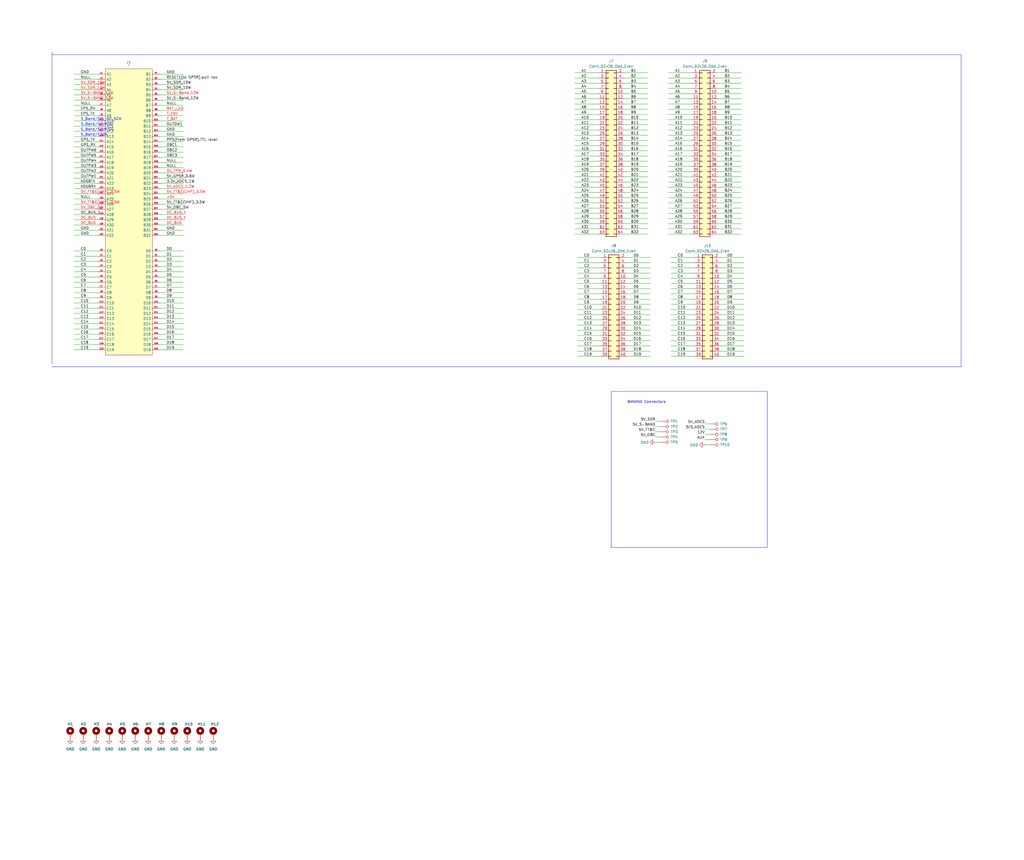
<source format=kicad_sch>
(kicad_sch (version 20250114) (generator "eeschema") (generator_version "9.0")
  (paper "User" 499.999 419.989)
  (title_block (title "VST104 flat-sat") (date "2020-09-14") (rev "1.1") (company "VisionSpace Technologies"))
  (text "BANANA Connectors" (at 315.722 196.342 0) (effects (font (size 1.27 1.27))))
  (no_connect (at 632.46 -85.09))
  (wire (pts (xy 304.8 58.42) (xy 316.23 58.42)))
  (wire (pts (xy 78.105 66.675) (xy 89.535 66.675)))
  (polyline (pts (xy 374.65 267.335) (xy 298.45 267.335)))
  (wire (pts (xy 304.8 68.58) (xy 316.23 68.58)))
  (wire (pts (xy 36.195 147.955) (xy 47.625 147.955)))
  (wire (pts (xy 327.66 133.35) (xy 339.09 133.35)))
  (wire (pts (xy 304.8 50.8) (xy 316.23 50.8)))
  (wire (pts (xy 326.39 111.76) (xy 337.82 111.76)))
  (wire (pts (xy 36.195 132.715) (xy 47.625 132.715)))
  (wire (pts (xy 304.8 40.64) (xy 316.23 40.64)))
  (wire (pts (xy 351.79 133.35) (xy 363.22 133.35)))
  (wire (pts (xy 78.105 130.175) (xy 89.535 130.175)))
  (wire (pts (xy 281.94 153.67) (xy 293.37 153.67)))
  (wire (pts (xy 78.105 168.275) (xy 89.535 168.275)))
  (wire (pts (xy 351.79 153.67) (xy 363.22 153.67)))
  (wire (pts (xy 280.67 83.82) (xy 292.1 83.82)))
  (wire (pts (xy 78.105 51.435) (xy 89.535 51.435)))
  (wire (pts (xy 351.79 161.29) (xy 363.22 161.29)))
  (wire (pts (xy 36.195 125.095) (xy 47.625 125.095)))
  (wire (pts (xy 281.94 133.35) (xy 293.37 133.35)))
  (wire (pts (xy 350.52 96.52) (xy 361.95 96.52)))
  (wire (pts (xy 78.105 145.415) (xy 89.535 145.415)))
  (wire (pts (xy 78.105 81.915) (xy 89.535 81.915)))
  (wire (pts (xy 350.52 68.58) (xy 361.95 68.58)))
  (wire (pts (xy 36.195 158.115) (xy 47.625 158.115)))
  (wire (pts (xy 78.105 46.355) (xy 89.535 46.355)))
  (wire (pts (xy 304.8 93.98) (xy 316.23 93.98)))
  (wire (pts (xy 78.105 86.995) (xy 89.535 86.995)))
  (wire (pts (xy 344.17 214.63) (xy 346.71 214.63)))
  (wire (pts (xy 306.07 146.05) (xy 317.5 146.05)))
  (wire (pts (xy 326.39 81.28) (xy 337.82 81.28)))
  (wire (pts (xy 350.52 55.88) (xy 361.95 55.88)))
  (wire (pts (xy 326.39 43.18) (xy 337.82 43.18)))
  (wire (pts (xy 327.66 163.83) (xy 339.09 163.83)))
  (wire (pts (xy 304.8 45.72) (xy 316.23 45.72)))
  (wire (pts (xy 326.39 63.5) (xy 337.82 63.5)))
  (wire (pts (xy 306.07 156.21) (xy 317.5 156.21)))
  (wire (pts (xy 280.67 114.3) (xy 292.1 114.3)))
  (wire (pts (xy 351.79 143.51) (xy 363.22 143.51)))
  (wire (pts (xy 281.94 166.37) (xy 293.37 166.37)))
  (wire (pts (xy 351.79 128.27) (xy 363.22 128.27)))
  (wire (pts (xy 36.195 142.875) (xy 47.625 142.875)))
  (wire (pts (xy 281.94 156.21) (xy 293.37 156.21)))
  (wire (pts (xy 326.39 93.98) (xy 337.82 93.98)))
  (wire (pts (xy 327.66 138.43) (xy 339.09 138.43)))
  (wire (pts (xy 351.79 130.81) (xy 363.22 130.81)))
  (wire (pts (xy 304.8 78.74) (xy 316.23 78.74)))
  (wire (pts (xy 306.07 128.27) (xy 317.5 128.27)))
  (wire (pts (xy 344.17 209.55) (xy 346.71 209.55)))
  (wire (pts (xy 306.07 135.89) (xy 317.5 135.89)))
  (wire (pts (xy 36.195 153.035) (xy 47.625 153.035)))
  (wire (pts (xy 350.52 93.98) (xy 361.95 93.98)))
  (wire (pts (xy 280.67 81.28) (xy 292.1 81.28)))
  (wire (pts (xy 78.105 137.795) (xy 89.535 137.795)))
  (wire (pts (xy 281.94 128.27) (xy 293.37 128.27)))
  (wire (pts (xy 280.67 91.44) (xy 292.1 91.44)))
  (wire (pts (xy 350.52 35.56) (xy 361.95 35.56)))
  (wire (pts (xy 326.39 53.34) (xy 337.82 53.34)))
  (wire (pts (xy 326.39 114.3) (xy 337.82 114.3)))
  (wire (pts (xy 78.105 61.595) (xy 89.535 61.595)))
  (wire (pts (xy 281.94 171.45) (xy 293.37 171.45)))
  (wire (pts (xy 281.94 135.89) (xy 293.37 135.89)))
  (wire (pts (xy 280.67 60.96) (xy 292.1 60.96)))
  (wire (pts (xy 36.195 51.435) (xy 47.625 51.435)))
  (wire (pts (xy 36.195 71.755) (xy 47.625 71.755)))
  (wire (pts (xy 280.67 106.68) (xy 292.1 106.68)))
  (wire (pts (xy 78.105 114.935) (xy 89.535 114.935)))
  (wire (pts (xy 327.66 146.05) (xy 339.09 146.05)))
  (wire (pts (xy 344.17 212.09) (xy 346.71 212.09)))
  (wire (pts (xy 281.94 158.75) (xy 293.37 158.75)))
  (wire (pts (xy 304.8 53.34) (xy 316.23 53.34)))
  (wire (pts (xy 36.195 74.295) (xy 47.625 74.295)))
  (wire (pts (xy 326.39 78.74) (xy 337.82 78.74)))
  (wire (pts (xy 36.195 102.235) (xy 47.625 102.235)))
  (wire (pts (xy 320.04 215.9) (xy 322.58 215.9)))
  (wire (pts (xy 304.8 99.06) (xy 316.23 99.06)))
  (wire (pts (xy 78.105 107.315) (xy 89.535 107.315)))
  (wire (pts (xy 326.39 35.56) (xy 337.82 35.56)))
  (wire (pts (xy 280.67 53.34) (xy 292.1 53.34)))
  (wire (pts (xy 327.66 161.29) (xy 339.09 161.29)))
  (wire (pts (xy 280.67 86.36) (xy 292.1 86.36)))
  (wire (pts (xy 350.52 109.22) (xy 361.95 109.22)))
  (wire (pts (xy 304.8 109.22) (xy 316.23 109.22)))
  (wire (pts (xy 36.195 122.555) (xy 47.625 122.555)))
  (wire (pts (xy 304.8 55.88) (xy 316.23 55.88)))
  (wire (pts (xy 36.195 92.075) (xy 47.625 92.075)))
  (wire (pts (xy 350.52 71.12) (xy 361.95 71.12)))
  (wire (pts (xy 320.04 213.36) (xy 322.58 213.36)))
  (wire (pts (xy 78.105 109.855) (xy 89.535 109.855)))
  (wire (pts (xy 304.8 86.36) (xy 316.23 86.36)))
  (wire (pts (xy 306.07 161.29) (xy 317.5 161.29)))
  (wire (pts (xy 351.79 173.99) (xy 363.22 173.99)))
  (wire (pts (xy 280.67 99.06) (xy 292.1 99.06)))
  (wire (pts (xy 326.39 60.96) (xy 337.82 60.96)))
  (wire (pts (xy 327.66 168.91) (xy 339.09 168.91)))
  (wire (pts (xy 326.39 106.68) (xy 337.82 106.68)))
  (wire (pts (xy 350.52 101.6) (xy 361.95 101.6)))
  (wire (pts (xy 36.195 81.915) (xy 47.625 81.915)))
  (wire (pts (xy 78.105 127.635) (xy 89.535 127.635)))
  (wire (pts (xy 320.04 208.28) (xy 322.58 208.28)))
  (wire (pts (xy 304.8 60.96) (xy 316.23 60.96)))
  (wire (pts (xy 304.8 66.04) (xy 316.23 66.04)))
  (wire (pts (xy 351.79 138.43) (xy 363.22 138.43)))
  (wire (pts (xy 36.195 165.735) (xy 47.625 165.735)))
  (wire (pts (xy 326.39 86.36) (xy 337.82 86.36)))
  (wire (pts (xy 36.195 79.375) (xy 47.625 79.375)))
  (polyline (pts (xy 374.65 191.135) (xy 374.65 267.335)))
  (wire (pts (xy 36.195 137.795) (xy 47.625 137.795)))
  (wire (pts (xy 351.79 151.13) (xy 363.22 151.13)))
  (wire (pts (xy 36.195 59.055) (xy 47.625 59.055)))
  (wire (pts (xy 306.07 143.51) (xy 317.5 143.51)))
  (wire (pts (xy 350.52 81.28) (xy 361.95 81.28)))
  (wire (pts (xy 351.79 166.37) (xy 363.22 166.37)))
  (wire (pts (xy 306.07 140.97) (xy 317.5 140.97)))
  (wire (pts (xy 280.67 71.12) (xy 292.1 71.12)))
  (wire (pts (xy 280.67 50.8) (xy 292.1 50.8)))
  (wire (pts (xy 350.52 111.76) (xy 361.95 111.76)))
  (wire (pts (xy 281.94 163.83) (xy 293.37 163.83)))
  (wire (pts (xy 78.105 135.255) (xy 89.535 135.255)))
  (wire (pts (xy 280.67 48.26) (xy 292.1 48.26)))
  (wire (pts (xy 281.94 151.13) (xy 293.37 151.13)))
  (wire (pts (xy 36.195 109.855) (xy 47.625 109.855)))
  (wire (pts (xy 326.39 58.42) (xy 337.82 58.42)))
  (wire (pts (xy 78.105 160.655) (xy 89.535 160.655)))
  (wire (pts (xy 304.8 101.6) (xy 316.23 101.6)))
  (wire (pts (xy 36.195 69.215) (xy 47.625 69.215)))
  (wire (pts (xy 280.67 63.5) (xy 292.1 63.5)))
  (wire (pts (xy 78.105 59.055) (xy 89.535 59.055)))
  (polyline (pts (xy 25.4 26.67) (xy 469.265 26.67)))
  (wire (pts (xy 281.94 146.05) (xy 293.37 146.05)))
  (wire (pts (xy 280.67 88.9) (xy 292.1 88.9)))
  (wire (pts (xy 36.195 84.455) (xy 47.625 84.455)))
  (wire (pts (xy 350.52 78.74) (xy 361.95 78.74)))
  (wire (pts (xy 36.195 114.935) (xy 47.625 114.935)))
  (wire (pts (xy 78.105 41.275) (xy 89.535 41.275)))
  (polyline (pts (xy 298.45 191.135) (xy 374.65 191.135)))
  (wire (pts (xy 350.52 60.96) (xy 361.95 60.96)))
  (wire (pts (xy 36.195 163.195) (xy 47.625 163.195)))
  (wire (pts (xy 327.66 128.27) (xy 339.09 128.27)))
  (wire (pts (xy 280.67 55.88) (xy 292.1 55.88)))
  (wire (pts (xy 350.52 66.04) (xy 361.95 66.04)))
  (polyline (pts (xy 25.4 177.8) (xy 25.4 25.4)))
  (wire (pts (xy 280.67 43.18) (xy 292.1 43.18)))
  (wire (pts (xy 78.105 97.155) (xy 89.535 97.155)))
  (wire (pts (xy 281.94 125.73) (xy 293.37 125.73)))
  (wire (pts (xy 78.105 92.075) (xy 89.535 92.075)))
  (wire (pts (xy 327.66 171.45) (xy 339.09 171.45)))
  (wire (pts (xy 344.17 207.01) (xy 346.71 207.01)))
  (wire (pts (xy 306.07 133.35) (xy 317.5 133.35)))
  (wire (pts (xy 326.39 101.6) (xy 337.82 101.6)))
  (wire (pts (xy 306.07 163.83) (xy 317.5 163.83)))
  (wire (pts (xy 320.04 210.82) (xy 322.58 210.82)))
  (wire (pts (xy 326.39 45.72) (xy 337.82 45.72)))
  (wire (pts (xy 351.79 171.45) (xy 363.22 171.45)))
  (wire (pts (xy 306.07 125.73) (xy 317.5 125.73)))
  (wire (pts (xy 36.195 170.815) (xy 47.625 170.815)))
  (wire (pts (xy 281.94 168.91) (xy 293.37 168.91)))
  (wire (pts (xy 280.67 66.04) (xy 292.1 66.04)))
  (wire (pts (xy 306.07 166.37) (xy 317.5 166.37)))
  (wire (pts (xy 326.39 96.52) (xy 337.82 96.52)))
  (wire (pts (xy 351.79 135.89) (xy 363.22 135.89)))
  (wire (pts (xy 326.39 99.06) (xy 337.82 99.06)))
  (wire (pts (xy 78.105 74.295) (xy 89.535 74.295)))
  (wire (pts (xy 281.94 173.99) (xy 293.37 173.99)))
  (wire (pts (xy 350.52 43.18) (xy 361.95 43.18)))
  (wire (pts (xy 280.67 101.6) (xy 292.1 101.6)))
  (polyline (pts (xy 469.265 179.07) (xy 25.4 179.07)))
  (wire (pts (xy 36.195 43.815) (xy 47.625 43.815)))
  (wire (pts (xy 320.04 205.74) (xy 322.58 205.74)))
  (wire (pts (xy 78.105 132.715) (xy 89.535 132.715)))
  (wire (pts (xy 78.105 84.455) (xy 89.535 84.455)))
  (wire (pts (xy 280.67 68.58) (xy 292.1 68.58)))
  (wire (pts (xy 326.39 48.26) (xy 337.82 48.26)))
  (wire (pts (xy 36.195 112.395) (xy 47.625 112.395)))
  (wire (pts (xy 281.94 140.97) (xy 293.37 140.97)))
  (wire (pts (xy 281.94 161.29) (xy 293.37 161.29)))
  (wire (pts (xy 327.66 130.81) (xy 339.09 130.81)))
  (wire (pts (xy 78.105 89.535) (xy 89.535 89.535)))
  (wire (pts (xy 326.39 76.2) (xy 337.82 76.2)))
  (wire (pts (xy 280.67 78.74) (xy 292.1 78.74)))
  (wire (pts (xy 326.39 88.9) (xy 337.82 88.9)))
  (wire (pts (xy 280.67 73.66) (xy 292.1 73.66)))
  (wire (pts (xy 78.105 158.115) (xy 89.535 158.115)))
  (wire (pts (xy 36.195 145.415) (xy 47.625 145.415)))
  (wire (pts (xy 326.39 40.64) (xy 337.82 40.64)))
  (wire (pts (xy 327.66 125.73) (xy 339.09 125.73)))
  (wire (pts (xy 78.105 153.035) (xy 89.535 153.035)))
  (wire (pts (xy 78.105 71.755) (xy 89.535 71.755)))
  (wire (pts (xy 78.105 142.875) (xy 89.535 142.875)))
  (wire (pts (xy 36.195 160.655) (xy 47.625 160.655)))
  (wire (pts (xy 306.07 148.59) (xy 317.5 148.59)))
  (wire (pts (xy 304.8 96.52) (xy 316.23 96.52)))
  (wire (pts (xy 281.94 130.81) (xy 293.37 130.81)))
  (wire (pts (xy 350.52 106.68) (xy 361.95 106.68)))
  (wire (pts (xy 280.67 58.42) (xy 292.1 58.42)))
  (wire (pts (xy 36.195 41.275) (xy 47.625 41.275)))
  (wire (pts (xy 304.8 104.14) (xy 316.23 104.14)))
  (wire (pts (xy 351.79 146.05) (xy 363.22 146.05)))
  (wire (pts (xy 326.39 91.44) (xy 337.82 91.44)))
  (wire (pts (xy 36.195 168.275) (xy 47.625 168.275)))
  (wire (pts (xy 304.8 91.44) (xy 316.23 91.44)))
  (wire (pts (xy 36.195 76.835) (xy 47.625 76.835)))
  (wire (pts (xy 327.66 166.37) (xy 339.09 166.37)))
  (wire (pts (xy 306.07 130.81) (xy 317.5 130.81)))
  (wire (pts (xy 344.17 217.17) (xy 346.71 217.17)))
  (wire (pts (xy 350.52 48.26) (xy 361.95 48.26)))
  (wire (pts (xy 78.105 99.695) (xy 89.535 99.695)))
  (wire (pts (xy 327.66 153.67) (xy 339.09 153.67)))
  (wire (pts (xy 78.105 147.955) (xy 89.535 147.955)))
  (wire (pts (xy 78.105 125.095) (xy 89.535 125.095)))
  (wire (pts (xy 351.79 140.97) (xy 363.22 140.97)))
  (wire (pts (xy 351.79 125.73) (xy 363.22 125.73)))
  (wire (pts (xy 326.39 73.66) (xy 337.82 73.66)))
  (wire (pts (xy 281.94 143.51) (xy 293.37 143.51)))
  (wire (pts (xy 78.105 64.135) (xy 89.535 64.135)))
  (wire (pts (xy 36.195 127.635) (xy 47.625 127.635)))
  (wire (pts (xy 351.79 168.91) (xy 363.22 168.91)))
  (wire (pts (xy 306.07 173.99) (xy 317.5 173.99)))
  (wire (pts (xy 304.8 63.5) (xy 316.23 63.5)))
  (wire (pts (xy 280.67 38.1) (xy 292.1 38.1)))
  (wire (pts (xy 350.52 104.14) (xy 361.95 104.14)))
  (wire (pts (xy 304.8 38.1) (xy 316.23 38.1)))
  (wire (pts (xy 36.195 36.195) (xy 47.625 36.195)))
  (wire (pts (xy 350.52 50.8) (xy 361.95 50.8)))
  (wire (pts (xy 78.105 56.515) (xy 89.535 56.515)))
  (wire (pts (xy 326.39 104.14) (xy 337.82 104.14)))
  (wire (pts (xy 306.07 171.45) (xy 317.5 171.45)))
  (wire (pts (xy 350.52 114.3) (xy 361.95 114.3)))
  (wire (pts (xy 350.52 88.9) (xy 361.95 88.9)))
  (wire (pts (xy 36.195 48.895) (xy 47.625 48.895)))
  (wire (pts (xy 326.39 66.04) (xy 337.82 66.04)))
  (wire (pts (xy 36.195 56.515) (xy 47.625 56.515)))
  (wire (pts (xy 327.66 173.99) (xy 339.09 173.99)))
  (wire (pts (xy 350.52 53.34) (xy 361.95 53.34)))
  (polyline (pts (xy 469.265 26.67) (xy 469.265 179.07)))
  (wire (pts (xy 350.52 40.64) (xy 361.95 40.64)))
  (wire (pts (xy 78.105 53.975) (xy 89.535 53.975)))
  (wire (pts (xy 36.195 135.255) (xy 47.625 135.255)))
  (wire (pts (xy 350.52 86.36) (xy 361.95 86.36)))
  (wire (pts (xy 36.195 38.735) (xy 47.625 38.735)))
  (wire (pts (xy 78.105 69.215) (xy 89.535 69.215)))
  (wire (pts (xy 36.195 61.595) (xy 47.625 61.595)))
  (wire (pts (xy 326.39 55.88) (xy 337.82 55.88)))
  (wire (pts (xy 36.195 130.175) (xy 47.625 130.175)))
  (wire (pts (xy 280.67 96.52) (xy 292.1 96.52)))
  (wire (pts (xy 304.8 73.66) (xy 316.23 73.66)))
  (wire (pts (xy 350.52 76.2) (xy 361.95 76.2)))
  (wire (pts (xy 280.67 40.64) (xy 292.1 40.64)))
  (wire (pts (xy 78.105 102.235) (xy 89.535 102.235)))
  (wire (pts (xy 350.52 91.44) (xy 361.95 91.44)))
  (wire (pts (xy 306.07 153.67) (xy 317.5 153.67)))
  (wire (pts (xy 36.195 66.675) (xy 47.625 66.675)))
  (polyline (pts (xy 298.45 267.335) (xy 298.45 191.135)))
  (wire (pts (xy 327.66 151.13) (xy 339.09 151.13)))
  (wire (pts (xy 350.52 45.72) (xy 361.95 45.72)))
  (wire (pts (xy 350.52 58.42) (xy 361.95 58.42)))
  (wire (pts (xy 350.52 63.5) (xy 361.95 63.5)))
  (wire (pts (xy 36.195 97.155) (xy 47.625 97.155)))
  (wire (pts (xy 304.8 114.3) (xy 316.23 114.3)))
  (wire (pts (xy 327.66 148.59) (xy 339.09 148.59)))
  (wire (pts (xy 306.07 168.91) (xy 317.5 168.91)))
  (wire (pts (xy 281.94 138.43) (xy 293.37 138.43)))
  (wire (pts (xy 78.105 43.815) (xy 89.535 43.815)))
  (wire (pts (xy 36.195 89.535) (xy 47.625 89.535)))
  (wire (pts (xy 351.79 156.21) (xy 363.22 156.21)))
  (wire (pts (xy 326.39 50.8) (xy 337.82 50.8)))
  (wire (pts (xy 78.105 36.195) (xy 89.535 36.195)))
  (wire (pts (xy 304.8 81.28) (xy 316.23 81.28)))
  (wire (pts (xy 326.39 83.82) (xy 337.82 83.82)))
  (wire (pts (xy 326.39 68.58) (xy 337.82 68.58)))
  (wire (pts (xy 36.195 140.335) (xy 47.625 140.335)))
  (wire (pts (xy 36.195 99.695) (xy 47.625 99.695)))
  (wire (pts (xy 304.8 35.56) (xy 316.23 35.56)))
  (wire (pts (xy 280.67 104.14) (xy 292.1 104.14)))
  (wire (pts (xy 280.67 76.2) (xy 292.1 76.2)))
  (wire (pts (xy 306.07 151.13) (xy 317.5 151.13)))
  (wire (pts (xy 78.105 155.575) (xy 89.535 155.575)))
  (wire (pts (xy 304.8 43.18) (xy 316.23 43.18)))
  (wire (pts (xy 326.39 71.12) (xy 337.82 71.12)))
  (wire (pts (xy 304.8 71.12) (xy 316.23 71.12)))
  (wire (pts (xy 327.66 156.21) (xy 339.09 156.21)))
  (wire (pts (xy 327.66 158.75) (xy 339.09 158.75)))
  (wire (pts (xy 304.8 83.82) (xy 316.23 83.82)))
  (wire (pts (xy 350.52 38.1) (xy 361.95 38.1)))
  (wire (pts (xy 36.195 86.995) (xy 47.625 86.995)))
  (wire (pts (xy 351.79 148.59) (xy 363.22 148.59)))
  (wire (pts (xy 78.105 76.835) (xy 89.535 76.835)))
  (wire (pts (xy 36.195 155.575) (xy 47.625 155.575)))
  (wire (pts (xy 350.52 73.66) (xy 361.95 73.66)))
  (wire (pts (xy 280.67 35.56) (xy 292.1 35.56)))
  (wire (pts (xy 350.52 83.82) (xy 361.95 83.82)))
  (wire (pts (xy 327.66 143.51) (xy 339.09 143.51)))
  (wire (pts (xy 78.105 165.735) (xy 89.535 165.735)))
  (wire (pts (xy 304.8 88.9) (xy 316.23 88.9)))
  (wire (pts (xy 350.52 99.06) (xy 361.95 99.06)))
  (wire (pts (xy 78.105 79.375) (xy 89.535 79.375)))
  (wire (pts (xy 351.79 158.75) (xy 363.22 158.75)))
  (wire (pts (xy 306.07 158.75) (xy 317.5 158.75)))
  (wire (pts (xy 78.105 38.735) (xy 89.535 38.735)))
  (wire (pts (xy 78.105 140.335) (xy 89.535 140.335)))
  (wire (pts (xy 78.105 94.615) (xy 89.535 94.615)))
  (wire (pts (xy 78.105 104.775) (xy 89.535 104.775)))
  (wire (pts (xy 327.66 135.89) (xy 339.09 135.89)))
  (wire (pts (xy 36.195 53.975) (xy 47.625 53.975)))
  (wire (pts (xy 78.105 150.495) (xy 89.535 150.495)))
  (wire (pts (xy 78.105 163.195) (xy 89.535 163.195)))
  (wire (pts (xy 280.67 111.76) (xy 292.1 111.76)))
  (wire (pts (xy 36.195 94.615) (xy 47.625 94.615)))
  (wire (pts (xy 78.105 48.895) (xy 89.535 48.895)))
  (wire (pts (xy 304.8 48.26) (xy 316.23 48.26)))
  (wire (pts (xy 304.8 106.68) (xy 316.23 106.68)))
  (wire (pts (xy 36.195 107.315) (xy 47.625 107.315)))
  (wire (pts (xy 326.39 38.1) (xy 337.82 38.1)))
  (wire (pts (xy 280.67 93.98) (xy 292.1 93.98)))
  (wire (pts (xy 351.79 163.83) (xy 363.22 163.83)))
  (wire (pts (xy 36.195 104.775) (xy 47.625 104.775)))
  (wire (pts (xy 36.195 150.495) (xy 47.625 150.495)))
  (wire (pts (xy 327.66 140.97) (xy 339.09 140.97)))
  (wire (pts (xy 326.39 109.22) (xy 337.82 109.22)))
  (wire (pts (xy 304.8 111.76) (xy 316.23 111.76)))
  (wire (pts (xy 281.94 148.59) (xy 293.37 148.59)))
  (wire (pts (xy 78.105 170.815) (xy 89.535 170.815)))
  (wire (pts (xy 36.195 46.355) (xy 47.625 46.355)))
  (wire (pts (xy 304.8 76.2) (xy 316.23 76.2)))
  (wire (pts (xy 306.07 138.43) (xy 317.5 138.43)))
  (wire (pts (xy 78.105 112.395) (xy 89.535 112.395)))
  (wire (pts (xy 36.195 64.135) (xy 47.625 64.135)))
  (wire (pts (xy 78.105 122.555) (xy 89.535 122.555)))
  (wire (pts (xy 280.67 45.72) (xy 292.1 45.72)))
  (wire (pts (xy 280.67 109.22) (xy 292.1 109.22)))
  (label "A31" (at 329.565 111.76 0))
  (label "D12" (at 81.28 153.035 0))
  (label "D13" (at 309.245 158.75 0))
  (label "A26" (at 283.845 99.06 0))
  (label "A24" (at 283.845 93.98 0))
  (label "D0" (at 354.965 125.73 0))
  (label "C16" (at 285.115 166.37 0))
  (label "A15" (at 329.565 71.12 0))
  (label "C6" (at 330.835 140.97 0))
  (label "C4" (at 330.835 135.89 0))
  (label "B22" (at 353.695 88.9 0))
  (label "A26" (at 329.565 99.06 0))
  (label "D8" (at 309.245 146.05 0))
  (label "D17" (at 309.245 168.91 0))
  (label "B32" (at 307.975 114.3 0))
  (label "5V_S-Band_12W" (at 81.28 48.895 0))
  (label "DC_BUS_1" (at 81.28 107.315 0))
  (label "EPS_RX" (at 39.37 53.975 0))
  (label "A27" (at 283.845 101.6 0))
  (label "GND" (at 81.28 64.135 0))
  (label "S_Band{slash}SPIMOSI" (at 39.37 61.595 0))
  (label "B8" (at 307.975 53.34 0))
  (label "5V_SDR" (at 320.04 205.74 180))
  (label "5V_GPSR_0.6W" (at 81.28 86.995 0))
  (label "PPS(from GPSR).TTL level" (at 81.28 69.215 0))
  (label "S_Band{slash}SPIMISO" (at 39.37 64.135 0))
  (label "B9" (at 353.695 55.88 0))
  (label "OUTPW4" (at 39.37 79.375 0))
  (label "C0" (at 39.37 122.555 0))
  (label "B7" (at 307.975 50.8 0))
  (label "A2" (at 283.845 38.1 0))
  (label "C19" (at 330.835 173.99 0))
  (label "5V_TPM_0.4W" (at 81.28 84.455 0))
  (label "D5" (at 309.245 138.43 0))
  (label "A5" (at 329.565 45.72 0))
  (label "C11" (at 39.37 150.495 0))
  (label "OBC1" (at 81.28 71.755 0))
  (label "D7" (at 81.28 140.335 0))
  (label "DC_BUS_1" (at 39.37 104.775 0))
  (label "D5" (at 354.965 138.43 0))
  (label "A12" (at 329.565 63.5 0))
  (label "D19" (at 354.965 173.99 0))
  (label "5V_S-Band_12W" (at 81.28 46.355 0))
  (label "D6" (at 354.965 140.97 0))
  (label "C3" (at 330.835 133.35 0))
  (label "A31" (at 283.845 111.76 0))
  (label "A18" (at 283.845 78.74 0))
  (label "D13" (at 354.965 158.75 0))
  (label "C19" (at 285.115 173.99 0))
  (label "5V_S-BAND_12W" (at 39.37 48.895 0))
  (label "C19" (at 39.37 170.815 0))
  (label "B16" (at 353.695 73.66 0))
  (label "GND" (at 81.28 66.675 0))
  (label "C9" (at 39.37 145.415 0))
  (label "B18" (at 353.695 78.74 0))
  (label "NULL" (at 81.28 81.915 0))
  (label "NULL" (at 39.37 97.155 0))
  (label "D11" (at 81.28 150.495 0))
  (label "A9" (at 283.845 55.88 0))
  (label "5V_ADCS" (at 344.17 207.01 180))
  (label "D16" (at 354.965 166.37 0))
  (label "5V_SDR_10W" (at 81.28 41.275 0))
  (label "A10" (at 283.845 58.42 0))
  (label "C14" (at 39.37 158.115 0))
  (label "A23" (at 283.845 91.44 0))
  (label "C15" (at 330.835 163.83 0))
  (label "B11" (at 353.695 60.96 0))
  (label "AUX" (at 344.17 214.63 180))
  (label "B15" (at 307.975 71.12 0))
  (label "D13" (at 81.28 155.575 0))
  (label "C2" (at 330.835 130.81 0))
  (label "5V_S-BAND_12W" (at 39.37 46.355 0))
  (label "B26" (at 307.975 99.06 0))
  (label "A16" (at 329.565 73.66 0))
  (label "C1" (at 39.37 125.095 0))
  (label "T_BAT" (at 81.28 59.055 0))
  (label "C7" (at 39.37 140.335 0))
  (label "DC_BUS" (at 39.37 107.315 0))
  (label "A30" (at 329.565 109.22 0))
  (label "B21" (at 307.975 86.36 0))
  (label "B14" (at 307.975 68.58 0))
  (label "5V_TT&C" (at 320.04 210.82 180))
  (label "ADSBRX" (at 39.37 92.075 0))
  (label "B11" (at 307.975 60.96 0))
  (label "A13" (at 283.845 66.04 0))
  (label "D3" (at 354.965 133.35 0))
  (label "A17" (at 283.845 76.2 0))
  (label "C12" (at 39.37 153.035 0))
  (label "B8" (at 353.695 53.34 0))
  (label "C8" (at 285.115 146.05 0))
  (label "C17" (at 285.115 168.91 0))
  (label "D0" (at 309.245 125.73 0))
  (label "A17" (at 329.565 76.2 0))
  (label "D3" (at 309.245 133.35 0))
  (label "B2" (at 307.975 38.1 0))
  (label "D8" (at 354.965 146.05 0))
  (label "DC_BUS_1" (at 81.28 104.775 0))
  (label "B12" (at 353.695 63.5 0))
  (label "B3" (at 307.975 40.64 0))
  (label "B4" (at 307.975 43.18 0))
  (label "B20" (at 353.695 83.82 0))
  (label "B31" (at 353.695 111.76 0))
  (label "C17" (at 39.37 165.735 0))
  (label "D10" (at 309.245 151.13 0))
  (label "A18" (at 329.565 78.74 0))
  (label "OUTPW6" (at 39.37 74.295 0))
  (label "C2" (at 285.115 130.81 0))
  (label "B25" (at 307.975 96.52 0))
  (label "C17" (at 330.835 168.91 0))
  (label "D0" (at 81.28 122.555 0))
  (label "NULL" (at 39.37 38.735 0))
  (label "A6" (at 329.565 48.26 0))
  (label "D16" (at 309.245 166.37 0))
  (label "GND" (at 81.28 114.935 0))
  (label "D9" (at 354.965 148.59 0))
  (label "D10" (at 354.965 151.13 0))
  (label "D7" (at 309.245 143.51 0))
  (label "A8" (at 329.565 53.34 0))
  (label "D15" (at 81.28 160.655 0))
  (label "A13" (at 329.565 66.04 0))
  (label "B23" (at 353.695 91.44 0))
  (label "C2" (at 39.37 127.635 0))
  (label "C8" (at 330.835 146.05 0))
  (label "D6" (at 81.28 137.795 0))
  (label "D8" (at 81.28 142.875 0))
  (label "C11" (at 330.835 153.67 0))
  (label "C5" (at 285.115 138.43 0))
  (label "C9" (at 330.835 148.59 0))
  (label "5V_TT&C(UHF)_3.5W" (at 39.37 94.615 0))
  (label "A1" (at 283.845 35.56 0))
  (label "B28" (at 353.695 104.14 0))
  (label "5V_OBC" (at 320.04 213.36 180))
  (label "OUTOW1" (at 81.28 61.595 0))
  (label "A1" (at 329.565 35.56 0))
  (label "A12" (at 283.845 63.5 0))
  (label "C13" (at 285.115 158.75 0))
  (label "D4" (at 81.28 132.715 0))
  (label "A5" (at 283.845 45.72 0))
  (label "A29" (at 283.845 106.68 0))
  (label "D17" (at 81.28 165.735 0))
  (label "B32" (at 353.695 114.3 0))
  (label "B1" (at 307.975 35.56 0))
  (label "BAT_I_AD" (at 81.28 53.975 0))
  (label "A20" (at 329.565 83.82 0))
  (label "A19" (at 283.845 81.28 0))
  (label "C3" (at 285.115 133.35 0))
  (label "C18" (at 39.37 168.275 0))
  (label "GPS_TX" (at 39.37 69.215 0))
  (label "A22" (at 329.565 88.9 0))
  (label "C18" (at 330.835 171.45 0))
  (label "D15" (at 354.965 163.83 0))
  (label "B1" (at 353.695 35.56 0))
  (label "OUTPW3" (at 39.37 81.915 0))
  (label "B22" (at 307.975 88.9 0))
  (label "ADSBTX" (at 39.37 89.535 0))
  (label "B19" (at 307.975 81.28 0))
  (label "C13" (at 330.835 158.75 0))
  (label "D11" (at 309.245 153.67 0))
  (label "OUTPW5" (at 39.37 76.835 0))
  (label "C4" (at 285.115 135.89 0))
  (label "D16" (at 81.28 163.195 0))
  (label "B27" (at 353.695 101.6 0))
  (label "C18" (at 285.115 171.45 0))
  (label "D14" (at 354.965 161.29 0))
  (label "B30" (at 307.975 109.22 0))
  (label "C0" (at 330.835 125.73 0))
  (label "B29" (at 307.975 106.68 0))
  (label "C16" (at 330.835 166.37 0))
  (label "DC_BUS" (at 39.37 109.855 0))
  (label "5V_ADCS_1.2W" (at 81.28 92.075 0))
  (label "5V_OBC_5W" (at 39.37 102.235 0))
  (label "GPS_RX" (at 39.37 71.755 0))
  (label "D18" (at 309.245 171.45 0))
  (label "C10" (at 39.37 147.955 0))
  (label "B10" (at 307.975 58.42 0))
  (label "12V" (at 344.17 212.09 180))
  (label "A10" (at 329.565 58.42 0))
  (label "B23" (at 307.975 91.44 0))
  (label "B4" (at 353.695 43.18 0))
  (label "B30" (at 353.695 109.22 0))
  (label "B17" (at 353.695 76.2 0))
  (label "D4" (at 309.245 135.89 0))
  (label "B21" (at 353.695 86.36 0))
  (label "GND" (at 39.37 112.395 0))
  (label "C13" (at 39.37 155.575 0))
  (label "C7" (at 330.835 143.51 0))
  (label "RESET1(to GPSR).pull low" (at 81.28 38.735 0))
  (label "D4" (at 354.965 135.89 0))
  (label "+5V" (at 81.28 97.155 0))
  (label "5V_SDR_10W" (at 81.28 43.815 0))
  (label "5V_S-BAND" (at 320.04 208.28 180))
  (label "A30" (at 283.845 109.22 0))
  (label "C11" (at 285.115 153.67 0))
  (label "3V3_ADCS" (at 344.17 209.55 180))
  (label "B13" (at 307.975 66.04 0))
  (label "D1" (at 81.28 125.095 0))
  (label "B20" (at 307.975 83.82 0))
  (label "B27" (at 307.975 101.6 0))
  (label "C5" (at 330.835 138.43 0))
  (label "B15" (at 353.695 71.12 0))
  (label "NULL" (at 81.28 51.435 0))
  (label "C12" (at 330.835 156.21 0))
  (label "C14" (at 330.835 161.29 0))
  (label "C0" (at 285.115 125.73 0))
  (label "A25" (at 283.845 96.52 0))
  (label "B5" (at 307.975 45.72 0))
  (label "C12" (at 285.115 156.21 0))
  (label "GND" (at 39.37 36.195 0))
  (label "A14" (at 329.565 68.58 0))
  (label "B3" (at 353.695 40.64 0))
  (label "A4" (at 329.565 43.18 0))
  (label "D9" (at 309.245 148.59 0))
  (label "A6" (at 283.845 48.26 0))
  (label "D19" (at 81.28 170.815 0))
  (label "A21" (at 283.845 86.36 0))
  (label "D10" (at 81.28 147.955 0))
  (label "NULL" (at 81.28 79.375 0))
  (label "3.3V_ADCS_1W" (at 81.28 89.535 0))
  (label "D11" (at 354.965 153.67 0))
  (label "A7" (at 283.845 50.8 0))
  (label "D6" (at 309.245 140.97 0))
  (label "A21" (at 329.565 86.36 0))
  (label "B17" (at 307.975 76.2 0))
  (label "D19" (at 309.245 173.99 0))
  (label "D17" (at 354.965 168.91 0))
  (label "A15" (at 283.845 71.12 0))
  (label "A11" (at 329.565 60.96 0))
  (label "GND" (at 81.28 112.395 0))
  (label "A2" (at 329.565 38.1 0))
  (label "A7" (at 329.565 50.8 0))
  (label "B7" (at 353.695 50.8 0))
  (label "D9" (at 81.28 145.415 0))
  (label "A23" (at 329.565 91.44 0))
  (label "D12" (at 354.965 156.21 0))
  (label "C3" (at 39.37 130.175 0))
  (label "A3" (at 283.845 40.64 0))
  (label "5V_SDR_10W" (at 39.37 41.275 0))
  (label "D12" (at 309.245 156.21 0))
  (label "B12" (at 307.975 63.5 0))
  (label "C14" (at 285.115 161.29 0))
  (label "A3" (at 329.565 40.64 0))
  (label "B18" (at 307.975 78.74 0))
  (label "B28" (at 307.975 104.14 0))
  (label "D3" (at 81.28 130.175 0))
  (label "B2" (at 353.695 38.1 0))
  (label "C10" (at 285.115 151.13 0))
  (label "B31" (at 307.975 111.76 0))
  (label "C7" (at 285.115 143.51 0))
  (label "C6" (at 39.37 137.795 0))
  (label "A25" (at 329.565 96.52 0))
  (label "T_ENV" (at 81.28 56.515 0))
  (label "A11" (at 283.845 60.96 0))
  (label "B24" (at 353.695 93.98 0))
  (label "C9" (at 285.115 148.59 0))
  (label "D7" (at 354.965 143.51 0))
  (label "A32" (at 329.565 114.3 0))
  (label "B5" (at 353.695 45.72 0))
  (label "DC_BUS" (at 81.28 109.855 0))
  (label "A19" (at 329.565 81.28 0))
  (label "B9" (at 307.975 55.88 0))
  (label "A28" (at 283.845 104.14 0))
  (label "D2" (at 354.965 130.81 0))
  (label "C8" (at 39.37 142.875 0))
  (label "NULL" (at 39.37 51.435 0))
  (label "EPS_TX" (at 39.37 56.515 0))
  (label "D18" (at 354.965 171.45 0))
  (label "B6" (at 353.695 48.26 0))
  (label "5V_TT&C(UHF)_3.5W" (at 39.37 99.695 0))
  (label "C15" (at 39.37 160.655 0))
  (label "D14" (at 309.245 161.29 0))
  (label "OUTPW1" (at 39.37 86.995 0))
  (label "A22" (at 283.845 88.9 0))
  (label "OBC3" (at 81.28 76.835 0))
  (label "A14" (at 283.845 68.58 0))
  (label "A8" (at 283.845 53.34 0))
  (label "B14" (at 353.695 68.58 0))
  (label "OUTPW2" (at 39.37 84.455 0))
  (label "B29" (at 353.695 106.68 0))
  (label "B24" (at 307.975 93.98 0))
  (label "D2" (at 309.245 130.81 0))
  (label "5V_OBC_5W" (at 81.28 102.235 0))
  (label "B25" (at 353.695 96.52 0))
  (label "A20" (at 283.845 83.82 0))
  (label "B6" (at 307.975 48.26 0))
  (label "C1" (at 330.835 128.27 0))
  (label "B16" (at 307.975 73.66 0))
  (label "A24" (at 329.565 93.98 0))
  (label "C10" (at 330.835 151.13 0))
  (label "D18" (at 81.28 168.275 0))
  (label "GND" (at 81.28 36.195 0))
  (label "D2" (at 81.28 127.635 0))
  (label "C15" (at 285.115 163.83 0))
  (label "S_Band{slash}CS04" (at 39.37 66.675 0))
  (label "A16" (at 283.845 73.66 0))
  (label "5V_TT&C(UHF)_3.5W" (at 81.28 94.615 0))
  (label "D5" (at 81.28 135.255 0))
  (label "GND" (at 39.37 114.935 0))
  (label "S_Band{slash}SPI_INT_SCK" (at 39.37 59.055 0))
  (label "A29" (at 329.565 106.68 0))
  (label "OBC2" (at 81.28 74.295 0))
  (label "C4" (at 39.37 132.715 0))
  (label "A32" (at 283.845 114.3 0))
  (label "A9" (at 329.565 55.88 0))
  (label "D15" (at 309.245 163.83 0))
  (label "A27" (at 329.565 101.6 0))
  (label "B13" (at 353.695 66.04 0))
  (label "5V_TT&C(VHF)_3.5W" (at 81.28 99.695 0))
  (label "D14" (at 81.28 158.115 0))
  (label "C1" (at 285.115 128.27 0))
  (label "B19" (at 353.695 81.28 0))
  (label "A28" (at 329.565 104.14 0))
  (label "A4" (at 283.845 43.18 0))
  (label "B10" (at 353.695 58.42 0))
  (label "C6" (at 285.115 140.97 0))
  (label "B26" (at 353.695 99.06 0))
  (label "C16" (at 39.37 163.195 0))
  (label "D1" (at 309.245 128.27 0))
  (label "C5" (at 39.37 135.255 0))
  (label "5V_SDR_10W" (at 39.37 43.815 0))
  (label "D1" (at 354.965 128.27 0))
  (symbol (lib_id "Connector:TestPoint_Alt") (at 322.58 205.74 270) (unit 1)
    (property "Reference" "TP1" (at 327.3552 205.74 90) (effects (justify left)))
    (property "Value" "TestPoint_Alt" (effects (hide yes)))
    (property "Footprint" "VST104_footprints:KSE_PN6095" (effects (hide yes)))
    (property "Datasheet" "https://www.mouser.sk/datasheet/2/215/095-743451.pdf" (effects (hide yes)))
  )
  (symbol (lib_id "Connector:TestPoint_Alt") (at 322.58 208.28 270) (unit 1)
    (property "Reference" "TP2" (at 327.3552 208.28 90) (effects (justify left)))
    (property "Value" "TestPoint_Alt" (effects (hide yes)))
    (property "Footprint" "VST104_footprints:KSE_PN6095" (effects (hide yes)))
    (property "Datasheet" "https://www.mouser.sk/datasheet/2/215/095-743451.pdf" (effects (hide yes)))
  )
  (symbol (lib_id "Connector:TestPoint_Alt") (at 322.58 210.82 270) (unit 1)
    (property "Reference" "TP3" (at 327.3552 210.82 90) (effects (justify left)))
    (property "Value" "TestPoint_Alt" (effects (hide yes)))
    (property "Footprint" "VST104_footprints:KSE_PN6095" (effects (hide yes)))
    (property "Datasheet" "https://www.mouser.sk/datasheet/2/215/095-743451.pdf" (effects (hide yes)))
  )
  (symbol (lib_id "Connector:TestPoint_Alt") (at 322.58 213.36 270) (unit 1)
    (property "Reference" "TP4" (at 327.3552 213.36 90) (effects (justify left)))
    (property "Value" "TestPoint_Alt" (effects (hide yes)))
    (property "Footprint" "VST104_footprints:KSE_PN6095" (effects (hide yes)))
    (property "Datasheet" "https://www.mouser.sk/datasheet/2/215/095-743451.pdf" (effects (hide yes)))
  )
  (symbol (lib_id "Mechanical:MountingHole_Pad") (at 40.64 358.14 0) (unit 1) (in_bom no)
    (property "Reference" "H2" (at 39.37 353.568 0) (effects (justify left)))
    (property "Value" "MountingHole_Pad" (effects (hide yes)))
    (property "Footprint" "VST104_footprints:MountingHole_3.2mm_M3_Pad_Via" (effects (hide yes)))
    (property "Description" "Mounting Hole with connection" (effects (hide yes)))
  )
  (symbol (lib_id "Mechanical:MountingHole_Pad") (at 85.09 358.14 0) (unit 1) (in_bom no)
    (property "Reference" "H9" (at 83.82 353.568 0) (effects (justify left)))
    (property "Value" "MountingHole_Pad" (effects (hide yes)))
    (property "Footprint" "VST104_footprints:MountingHole_3.2mm_M3_Pad_Via" (effects (hide yes)))
    (property "Description" "Mounting Hole with connection" (effects (hide yes)))
  )
  (symbol (lib_id "Mechanical:MountingHole_Pad") (at 34.29 358.14 0) (unit 1) (in_bom no)
    (property "Reference" "H1" (at 33.02 353.568 0) (effects (justify left)))
    (property "Value" "MountingHole_Pad" (effects (hide yes)))
    (property "Footprint" "VST104_footprints:MountingHole_3.2mm_M3_Pad_Via" (effects (hide yes)))
    (property "Description" "Mounting Hole with connection" (effects (hide yes)))
  )
  (symbol (lib_name "GND_1") (lib_id "power:GND") (at 85.09 360.68 0) (unit 1)
    (property "Reference" "#PWR09" (effects (hide yes)))
    (property "Value" "GND" (at 85.09 365.76 0))
    (property "Description" "Power symbol creates a global label with name \"GND\" , ground" (effects (hide yes)))
  )
  (symbol (lib_id "Connector_Generic:Conn_02x20_Odd_Even") (at 298.45 148.59 0) (unit 1)
    (property "Reference" "J8" (at 299.72 120.015 0))
    (property "Value" "Conn_02x26_Odd_Even" (at 299.72 122.555 0))
    (property "Footprint" "Connector_PinHeader_2.54mm:PinHeader_2x20_P2.54mm_Vertical" (effects (hide yes)))
  )
  (symbol (lib_id "VST104_symbols:PC104") (at 51.435 173.355 0) (unit 1)
    (property "Reference" "J1" (at 62.865 30.48 0))
    (property "Value" "~" (at 62.865 31.75 0))
    (property "Footprint" "VST104_footprints:CubeSat_PC104_16bit_footprint" (effects (hide yes)))
  )
  (symbol (lib_name "GND_1") (lib_id "power:GND") (at 46.99 360.68 0) (unit 1)
    (property "Reference" "#PWR03" (effects (hide yes)))
    (property "Value" "GND" (at 46.99 365.76 0))
    (property "Description" "Power symbol creates a global label with name \"GND\" , ground" (effects (hide yes)))
  )
  (symbol (lib_name "GND_1") (lib_id "power:GND") (at 34.29 360.68 0) (unit 1)
    (property "Reference" "#PWR01" (effects (hide yes)))
    (property "Value" "GND" (at 34.29 365.76 0))
    (property "Description" "Power symbol creates a global label with name \"GND\" , ground" (effects (hide yes)))
  )
  (symbol (lib_name "GND_1") (lib_id "power:GND") (at 59.69 360.68 0) (unit 1)
    (property "Reference" "#PWR05" (effects (hide yes)))
    (property "Value" "GND" (at 59.69 365.76 0))
    (property "Description" "Power symbol creates a global label with name \"GND\" , ground" (effects (hide yes)))
  )
  (symbol (lib_id "Connector_Generic:Conn_02x32_Odd_Even") (at 297.18 73.66 0) (unit 1)
    (property "Reference" "J7" (at 298.45 29.845 0))
    (property "Value" "Conn_02x26_Odd_Even" (at 298.45 32.385 0))
    (property "Footprint" "Connector_PinHeader_2.54mm:PinHeader_2x32_P2.54mm_Vertical" (effects (hide yes)))
  )
  (symbol (lib_id "Mechanical:MountingHole_Pad") (at 104.14 358.14 0) (unit 1) (in_bom no)
    (property "Reference" "H12" (at 102.87 353.568 0) (effects (justify left)))
    (property "Value" "MountingHole_Pad" (effects (hide yes)))
    (property "Footprint" "VST104_footprints:MountingHole_3.2mm_M3_Pad_Via" (effects (hide yes)))
    (property "Description" "Mounting Hole with connection" (effects (hide yes)))
  )
  (symbol (lib_id "Mechanical:MountingHole_Pad") (at 91.44 358.14 0) (unit 1) (in_bom no)
    (property "Reference" "H10" (at 90.17 353.568 0) (effects (justify left)))
    (property "Value" "MountingHole_Pad" (effects (hide yes)))
    (property "Footprint" "VST104_footprints:MountingHole_3.2mm_M3_Pad_Via" (effects (hide yes)))
    (property "Description" "Mounting Hole with connection" (effects (hide yes)))
  )
  (symbol (lib_id "Mechanical:MountingHole_Pad") (at 66.04 358.14 0) (unit 1) (in_bom no)
    (property "Reference" "H6" (at 64.77 353.568 0) (effects (justify left)))
    (property "Value" "MountingHole_Pad" (effects (hide yes)))
    (property "Footprint" "VST104_footprints:MountingHole_3.2mm_M3_Pad_Via" (effects (hide yes)))
    (property "Description" "Mounting Hole with connection" (effects (hide yes)))
  )
  (symbol (lib_name "GND_1") (lib_id "power:GND") (at 40.64 360.68 0) (unit 1)
    (property "Reference" "#PWR02" (effects (hide yes)))
    (property "Value" "GND" (at 40.64 365.76 0))
    (property "Description" "Power symbol creates a global label with name \"GND\" , ground" (effects (hide yes)))
  )
  (symbol (lib_id "Mechanical:MountingHole_Pad") (at 72.39 358.14 0) (unit 1) (in_bom no)
    (property "Reference" "H7" (at 71.12 353.568 0) (effects (justify left)))
    (property "Value" "MountingHole_Pad" (effects (hide yes)))
    (property "Footprint" "VST104_footprints:MountingHole_3.2mm_M3_Pad_Via" (effects (hide yes)))
    (property "Description" "Mounting Hole with connection" (effects (hide yes)))
  )
  (symbol (lib_id "Mechanical:MountingHole_Pad") (at 97.79 358.14 0) (unit 1) (in_bom no)
    (property "Reference" "H11" (at 96.52 353.568 0) (effects (justify left)))
    (property "Value" "MountingHole_Pad" (effects (hide yes)))
    (property "Footprint" "VST104_footprints:MountingHole_3.2mm_M3_Pad_Via" (effects (hide yes)))
    (property "Description" "Mounting Hole with connection" (effects (hide yes)))
  )
  (symbol (lib_name "GND_1") (lib_id "power:GND") (at 104.14 360.68 0) (unit 1)
    (property "Reference" "#PWR012" (effects (hide yes)))
    (property "Value" "GND" (at 104.14 365.76 0))
    (property "Description" "Power symbol creates a global label with name \"GND\" , ground" (effects (hide yes)))
  )
  (symbol (lib_id "power:GND") (at 344.17 217.17 270) (unit 1)
    (property "Reference" "#PWR070" (effects (hide yes)))
    (property "Value" "GND" (at 340.9188 217.297 90) (effects (justify right)))
  )
  (symbol (lib_id "power:GND") (at 320.04 215.9 270) (unit 1)
    (property "Reference" "#PWR069" (effects (hide yes)))
    (property "Value" "GND" (at 316.7888 216.027 90) (effects (justify right)))
  )
  (symbol (lib_id "Mechanical:MountingHole_Pad") (at 59.69 358.14 0) (unit 1) (in_bom no)
    (property "Reference" "H5" (at 58.42 353.568 0) (effects (justify left)))
    (property "Value" "MountingHole_Pad" (effects (hide yes)))
    (property "Footprint" "VST104_footprints:MountingHole_3.2mm_M3_Pad_Via" (effects (hide yes)))
    (property "Description" "Mounting Hole with connection" (effects (hide yes)))
  )
  (symbol (lib_name "GND_1") (lib_id "power:GND") (at 78.74 360.68 0) (unit 1)
    (property "Reference" "#PWR08" (effects (hide yes)))
    (property "Value" "GND" (at 78.74 365.76 0))
    (property "Description" "Power symbol creates a global label with name \"GND\" , ground" (effects (hide yes)))
  )
  (symbol (lib_id "Connector:TestPoint_Alt") (at 346.71 214.63 270) (unit 1)
    (property "Reference" "TP9" (at 351.4852 214.63 90) (effects (justify left)))
    (property "Value" "TestPoint_Alt" (effects (hide yes)))
    (property "Footprint" "VST104_footprints:KSE_PN6095" (effects (hide yes)))
    (property "Datasheet" "https://www.mouser.sk/datasheet/2/215/095-743451.pdf" (effects (hide yes)))
  )
  (symbol (lib_name "GND_1") (lib_id "power:GND") (at 97.79 360.68 0) (unit 1)
    (property "Reference" "#PWR011" (effects (hide yes)))
    (property "Value" "GND" (at 97.79 365.76 0))
    (property "Description" "Power symbol creates a global label with name \"GND\" , ground" (effects (hide yes)))
  )
  (symbol (lib_id "Connector_Generic:Conn_02x32_Odd_Even") (at 342.9 73.66 0) (unit 1)
    (property "Reference" "J9" (at 344.17 29.845 0))
    (property "Value" "Conn_02x26_Odd_Even" (at 344.17 32.385 0))
    (property "Footprint" "Connector_PinHeader_2.54mm:PinHeader_2x32_P2.54mm_Vertical" (effects (hide yes)))
  )
  (symbol (lib_id "Connector_Generic:Conn_02x20_Odd_Even") (at 344.17 148.59 0) (unit 1)
    (property "Reference" "J10" (at 345.44 120.015 0))
    (property "Value" "Conn_02x26_Odd_Even" (at 345.44 122.555 0))
    (property "Footprint" "Connector_PinHeader_2.54mm:PinHeader_2x20_P2.54mm_Vertical" (effects (hide yes)))
  )
  (symbol (lib_id "Connector:TestPoint_Alt") (at 346.71 209.55 270) (unit 1)
    (property "Reference" "TP7" (at 351.4852 209.55 90) (effects (justify left)))
    (property "Value" "TestPoint_Alt" (effects (hide yes)))
    (property "Footprint" "VST104_footprints:KSE_PN6095" (effects (hide yes)))
    (property "Datasheet" "https://www.mouser.sk/datasheet/2/215/095-743451.pdf" (effects (hide yes)))
  )
  (symbol (lib_id "Connector:TestPoint_Alt") (at 346.71 212.09 270) (unit 1)
    (property "Reference" "TP8" (at 351.4852 212.09 90) (effects (justify left)))
    (property "Value" "TestPoint_Alt" (effects (hide yes)))
    (property "Footprint" "VST104_footprints:KSE_PN6095" (effects (hide yes)))
    (property "Datasheet" "https://www.mouser.sk/datasheet/2/215/095-743451.pdf" (effects (hide yes)))
  )
  (symbol (lib_id "Mechanical:MountingHole_Pad") (at 78.74 358.14 0) (unit 1) (in_bom no)
    (property "Reference" "H8" (at 77.47 353.568 0) (effects (justify left)))
    (property "Value" "MountingHole_Pad" (effects (hide yes)))
    (property "Footprint" "VST104_footprints:MountingHole_3.2mm_M3_Pad_Via" (effects (hide yes)))
    (property "Description" "Mounting Hole with connection" (effects (hide yes)))
  )
  (symbol (lib_name "GND_1") (lib_id "power:GND") (at 66.04 360.68 0) (unit 1)
    (property "Reference" "#PWR06" (effects (hide yes)))
    (property "Value" "GND" (at 66.04 365.76 0))
    (property "Description" "Power symbol creates a global label with name \"GND\" , ground" (effects (hide yes)))
  )
  (symbol (lib_name "GND_1") (lib_id "power:GND") (at 91.44 360.68 0) (unit 1)
    (property "Reference" "#PWR010" (effects (hide yes)))
    (property "Value" "GND" (at 91.44 365.76 0))
    (property "Description" "Power symbol creates a global label with name \"GND\" , ground" (effects (hide yes)))
  )
  (symbol (lib_id "Connector:TestPoint_Alt") (at 322.58 215.9 270) (unit 1)
    (property "Reference" "TP5" (at 327.3552 215.9 90) (effects (justify left)))
    (property "Value" "TestPoint_Alt" (effects (hide yes)))
    (property "Footprint" "VST104_footprints:KSE_PN6095" (effects (hide yes)))
    (property "Datasheet" "https://www.mouser.sk/datasheet/2/215/095-743451.pdf" (effects (hide yes)))
  )
  (symbol (lib_id "Mechanical:MountingHole_Pad") (at 46.99 358.14 0) (unit 1) (in_bom no)
    (property "Reference" "H3" (at 45.72 353.568 0) (effects (justify left)))
    (property "Value" "MountingHole_Pad" (effects (hide yes)))
    (property "Footprint" "VST104_footprints:MountingHole_3.2mm_M3_Pad_Via" (effects (hide yes)))
    (property "Description" "Mounting Hole with connection" (effects (hide yes)))
  )
  (symbol (lib_name "GND_1") (lib_id "power:GND") (at 72.39 360.68 0) (unit 1)
    (property "Reference" "#PWR07" (effects (hide yes)))
    (property "Value" "GND" (at 72.39 365.76 0))
    (property "Description" "Power symbol creates a global label with name \"GND\" , ground" (effects (hide yes)))
  )
  (symbol (lib_name "GND_1") (lib_id "power:GND") (at 53.34 360.68 0) (unit 1)
    (property "Reference" "#PWR04" (effects (hide yes)))
    (property "Value" "GND" (at 53.34 365.76 0))
    (property "Description" "Power symbol creates a global label with name \"GND\" , ground" (effects (hide yes)))
  )
  (symbol (lib_id "Connector:TestPoint_Alt") (at 346.71 217.17 270) (unit 1)
    (property "Reference" "TP10" (at 351.4852 217.17 90) (effects (justify left)))
    (property "Value" "TestPoint_Alt" (effects (hide yes)))
    (property "Footprint" "VST104_footprints:KSE_PN6095" (effects (hide yes)))
    (property "Datasheet" "https://www.mouser.sk/datasheet/2/215/095-743451.pdf" (effects (hide yes)))
  )
  (symbol (lib_id "Mechanical:MountingHole_Pad") (at 53.34 358.14 0) (unit 1) (in_bom no)
    (property "Reference" "H4" (at 52.07 353.568 0) (effects (justify left)))
    (property "Value" "MountingHole_Pad" (effects (hide yes)))
    (property "Footprint" "VST104_footprints:MountingHole_3.2mm_M3_Pad_Via" (effects (hide yes)))
    (property "Description" "Mounting Hole with connection" (effects (hide yes)))
  )
  (symbol (lib_id "Connector:TestPoint_Alt") (at 346.71 207.01 270) (unit 1)
    (property "Reference" "TP6" (at 351.4852 207.01 90) (effects (justify left)))
    (property "Value" "TestPoint_Alt" (effects (hide yes)))
    (property "Footprint" "VST104_footprints:KSE_PN6095" (effects (hide yes)))
    (property "Datasheet" "https://www.mouser.sk/datasheet/2/215/095-743451.pdf" (effects (hide yes)))
  )
)
</source>
